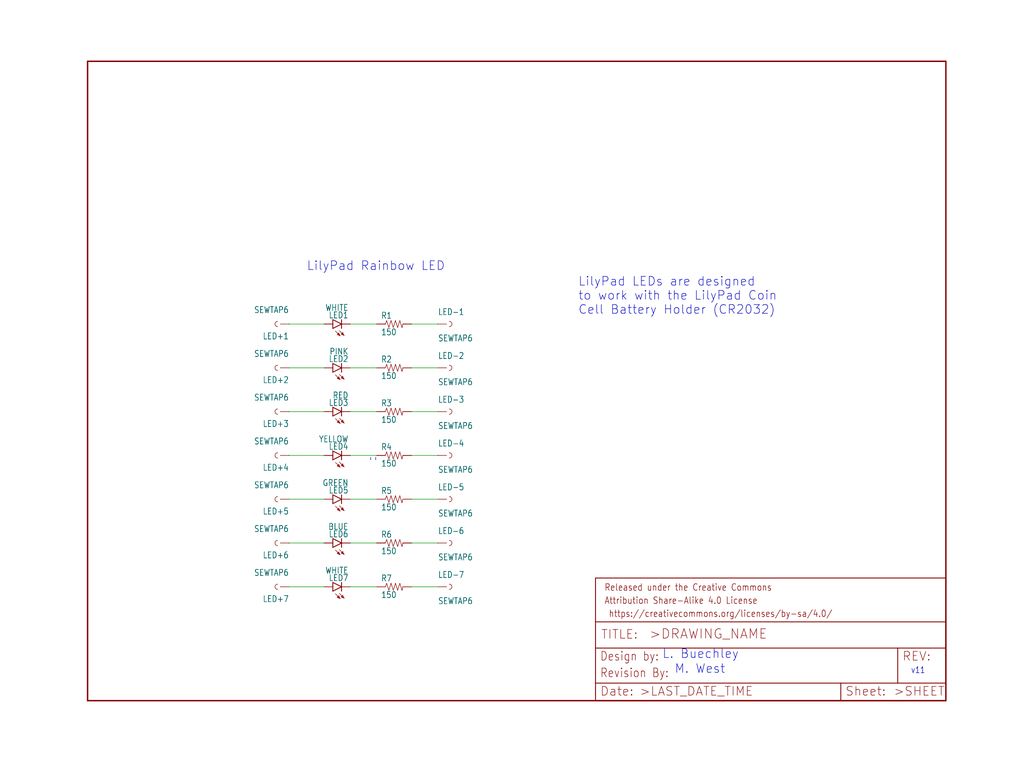
<source format=kicad_sch>
(kicad_sch (version 20211123) (generator eeschema)
  (paper "User" 297.002 223.926)
  (lib_symbols
    (symbol "eagleSchem-eagle-import:150OHM-1{slash}10W-1%(0603)"
      (property "Reference" "R" (at -3.81 1.4986 0))
      (property "Value" "150OHM-1{slash}10W-1%(0603)" (at -3.81 -3.302 0))
      (symbol "150OHM-1{slash}10W-1%(0603)_1_0"
        (polyline (pts (xy -2.54 0) (xy -2.159 1.016)) (stroke (width 0.1524)))
        (polyline (pts (xy -2.159 1.016) (xy -1.524 -1.016)) (stroke (width 0.1524)))
        (polyline (pts (xy -1.524 -1.016) (xy -0.889 1.016)) (stroke (width 0.1524)))
        (polyline (pts (xy -0.889 1.016) (xy -0.254 -1.016)) (stroke (width 0.1524)))
        (polyline (pts (xy -0.254 -1.016) (xy 0.381 1.016)) (stroke (width 0.1524)))
        (polyline (pts (xy 0.381 1.016) (xy 1.016 -1.016)) (stroke (width 0.1524)))
        (polyline (pts (xy 1.016 -1.016) (xy 1.651 1.016)) (stroke (width 0.1524)))
        (polyline (pts (xy 1.651 1.016) (xy 2.286 -1.016)) (stroke (width 0.1524)))
        (polyline (pts (xy 2.286 -1.016) (xy 2.54 0)) (stroke (width 0.1524)))
        (pin passive line (at -5.08 0 0) (length 2.54) (name "1") (number "1"))
        (pin passive line (at 5.08 0 180) (length 2.54) (name "2") (number "2"))
      )
    )
    (symbol "eagleSchem-eagle-import:FRAME-LETTER"
      (symbol "FRAME-LETTER_1_0"
        (polyline (pts (xy 0 0) (xy 248.92 0)) (stroke (width 0.4064)))
        (polyline (pts (xy 0 185.42) (xy 0 0)) (stroke (width 0.4064)))
        (polyline (pts (xy 0 185.42) (xy 248.92 185.42)) (stroke (width 0.4064)))
        (polyline (pts (xy 248.92 185.42) (xy 248.92 0)) (stroke (width 0.4064)))
      )
      (symbol "FRAME-LETTER_2_0"
        (polyline (pts (xy 0 0) (xy 0 5.08)) (stroke (width 0.254)))
        (polyline (pts (xy 0 0) (xy 71.12 0)) (stroke (width 0.254)))
        (polyline (pts (xy 0 5.08) (xy 0 15.24)) (stroke (width 0.254)))
        (polyline (pts (xy 0 5.08) (xy 71.12 5.08)) (stroke (width 0.254)))
        (polyline (pts (xy 0 15.24) (xy 0 22.86)) (stroke (width 0.254)))
        (polyline (pts (xy 0 22.86) (xy 0 35.56)) (stroke (width 0.254)))
        (polyline (pts (xy 0 22.86) (xy 101.6 22.86)) (stroke (width 0.254)))
        (polyline (pts (xy 71.12 0) (xy 101.6 0)) (stroke (width 0.254)))
        (polyline (pts (xy 71.12 5.08) (xy 71.12 0)) (stroke (width 0.254)))
        (polyline (pts (xy 71.12 5.08) (xy 87.63 5.08)) (stroke (width 0.254)))
        (polyline (pts (xy 87.63 5.08) (xy 101.6 5.08)) (stroke (width 0.254)))
        (polyline (pts (xy 87.63 15.24) (xy 0 15.24)) (stroke (width 0.254)))
        (polyline (pts (xy 87.63 15.24) (xy 87.63 5.08)) (stroke (width 0.254)))
        (polyline (pts (xy 101.6 5.08) (xy 101.6 0)) (stroke (width 0.254)))
        (polyline (pts (xy 101.6 15.24) (xy 87.63 15.24)) (stroke (width 0.254)))
        (polyline (pts (xy 101.6 15.24) (xy 101.6 5.08)) (stroke (width 0.254)))
        (polyline (pts (xy 101.6 22.86) (xy 101.6 15.24)) (stroke (width 0.254)))
        (polyline (pts (xy 101.6 35.56) (xy 0 35.56)) (stroke (width 0.254)))
        (polyline (pts (xy 101.6 35.56) (xy 101.6 22.86)) (stroke (width 0.254)))
        (text " https://creativecommons.org/licenses/by-sa/4.0/" (at 2.54 24.13 0) (effects (font (size 1.9304 1.6408)) (justify left bottom)))
        (text ">DRAWING_NAME" (at 15.494 17.78 0) (effects (font (size 2.7432 2.7432)) (justify left bottom)))
        (text ">LAST_DATE_TIME" (at 12.7 1.27 0) (effects (font (size 2.54 2.54)) (justify left bottom)))
        (text ">SHEET" (at 86.36 1.27 0) (effects (font (size 2.54 2.54)) (justify left bottom)))
        (text "Attribution Share-Alike 4.0 License" (at 2.54 27.94 0) (effects (font (size 1.9304 1.6408)) (justify left bottom)))
        (text "Date:" (at 1.27 1.27 0) (effects (font (size 2.54 2.54)) (justify left bottom)))
        (text "Design by:" (at 1.27 11.43 0) (effects (font (size 2.54 2.159)) (justify left bottom)))
        (text "Released under the Creative Commons" (at 2.54 31.75 0) (effects (font (size 1.9304 1.6408)) (justify left bottom)))
        (text "REV:" (at 88.9 11.43 0) (effects (font (size 2.54 2.54)) (justify left bottom)))
        (text "Sheet:" (at 72.39 1.27 0) (effects (font (size 2.54 2.54)) (justify left bottom)))
        (text "TITLE:" (at 1.524 17.78 0) (effects (font (size 2.54 2.54)) (justify left bottom)))
      )
    )
    (symbol "eagleSchem-eagle-import:LED-BLUE1206"
      (property "Reference" "D" (at 3.556 -4.572 90))
      (property "Value" "LED-BLUE1206" (at 5.715 -4.572 90))
      (symbol "LED-BLUE1206_1_0"
        (polyline (pts (xy -2.032 -0.762) (xy -3.429 -2.159)) (stroke (width 0.1524)))
        (polyline (pts (xy -1.905 -1.905) (xy -3.302 -3.302)) (stroke (width 0.1524)))
        (polyline (pts (xy 0 -2.54) (xy -1.27 -2.54)) (stroke (width 0.254)))
        (polyline (pts (xy 0 -2.54) (xy -1.27 0)) (stroke (width 0.254)))
        (polyline (pts (xy 0 0) (xy -1.27 0)) (stroke (width 0.254)))
        (polyline (pts (xy 1.27 -2.54) (xy 0 -2.54)) (stroke (width 0.254)))
        (polyline (pts (xy 1.27 0) (xy 0 -2.54)) (stroke (width 0.254)))
        (polyline (pts (xy 1.27 0) (xy 0 0)) (stroke (width 0.254)))
        (polyline (pts (xy -3.429 -2.159) (xy -3.048 -1.27) (xy -2.54 -1.778)) (fill (type outline)))
        (polyline (pts (xy -3.302 -3.302) (xy -2.921 -2.413) (xy -2.413 -2.921)) (fill (type outline)))
        (pin passive line (at 0 2.54 270) (length 2.54) (name "A") (number "A"))
        (pin passive line (at 0 -5.08 90) (length 2.54) (name "C") (number "C"))
      )
    )
    (symbol "eagleSchem-eagle-import:LED-GREENLILYPAD"
      (property "Reference" "D" (at 3.556 -4.572 90))
      (property "Value" "LED-GREENLILYPAD" (at 5.715 -4.572 90))
      (symbol "LED-GREENLILYPAD_1_0"
        (polyline (pts (xy -2.032 -0.762) (xy -3.429 -2.159)) (stroke (width 0.1524)))
        (polyline (pts (xy -1.905 -1.905) (xy -3.302 -3.302)) (stroke (width 0.1524)))
        (polyline (pts (xy 0 -2.54) (xy -1.27 -2.54)) (stroke (width 0.254)))
        (polyline (pts (xy 0 -2.54) (xy -1.27 0)) (stroke (width 0.254)))
        (polyline (pts (xy 0 0) (xy -1.27 0)) (stroke (width 0.254)))
        (polyline (pts (xy 1.27 -2.54) (xy 0 -2.54)) (stroke (width 0.254)))
        (polyline (pts (xy 1.27 0) (xy 0 -2.54)) (stroke (width 0.254)))
        (polyline (pts (xy 1.27 0) (xy 0 0)) (stroke (width 0.254)))
        (polyline (pts (xy -3.429 -2.159) (xy -3.048 -1.27) (xy -2.54 -1.778)) (fill (type outline)))
        (polyline (pts (xy -3.302 -3.302) (xy -2.921 -2.413) (xy -2.413 -2.921)) (fill (type outline)))
        (pin passive line (at 0 2.54 270) (length 2.54) (name "A") (number "A"))
        (pin passive line (at 0 -5.08 90) (length 2.54) (name "C") (number "C"))
      )
    )
    (symbol "eagleSchem-eagle-import:LED-PINK1206"
      (property "Reference" "D" (at 3.556 -4.572 90))
      (property "Value" "LED-PINK1206" (at 5.715 -4.572 90))
      (symbol "LED-PINK1206_1_0"
        (polyline (pts (xy -2.032 -0.762) (xy -3.429 -2.159)) (stroke (width 0.1524)))
        (polyline (pts (xy -1.905 -1.905) (xy -3.302 -3.302)) (stroke (width 0.1524)))
        (polyline (pts (xy 0 -2.54) (xy -1.27 -2.54)) (stroke (width 0.254)))
        (polyline (pts (xy 0 -2.54) (xy -1.27 0)) (stroke (width 0.254)))
        (polyline (pts (xy 0 0) (xy -1.27 0)) (stroke (width 0.254)))
        (polyline (pts (xy 1.27 -2.54) (xy 0 -2.54)) (stroke (width 0.254)))
        (polyline (pts (xy 1.27 0) (xy 0 -2.54)) (stroke (width 0.254)))
        (polyline (pts (xy 1.27 0) (xy 0 0)) (stroke (width 0.254)))
        (polyline (pts (xy -3.429 -2.159) (xy -3.048 -1.27) (xy -2.54 -1.778)) (fill (type outline)))
        (polyline (pts (xy -3.302 -3.302) (xy -2.921 -2.413) (xy -2.413 -2.921)) (fill (type outline)))
        (pin passive line (at 0 2.54 270) (length 2.54) (name "A") (number "A"))
        (pin passive line (at 0 -5.08 90) (length 2.54) (name "C") (number "C"))
      )
    )
    (symbol "eagleSchem-eagle-import:LED-REDLILYPAD"
      (property "Reference" "D" (at 3.556 -4.572 90))
      (property "Value" "LED-REDLILYPAD" (at 5.715 -4.572 90))
      (symbol "LED-REDLILYPAD_1_0"
        (polyline (pts (xy -2.032 -0.762) (xy -3.429 -2.159)) (stroke (width 0.1524)))
        (polyline (pts (xy -1.905 -1.905) (xy -3.302 -3.302)) (stroke (width 0.1524)))
        (polyline (pts (xy 0 -2.54) (xy -1.27 -2.54)) (stroke (width 0.254)))
        (polyline (pts (xy 0 -2.54) (xy -1.27 0)) (stroke (width 0.254)))
        (polyline (pts (xy 0 0) (xy -1.27 0)) (stroke (width 0.254)))
        (polyline (pts (xy 1.27 -2.54) (xy 0 -2.54)) (stroke (width 0.254)))
        (polyline (pts (xy 1.27 0) (xy 0 -2.54)) (stroke (width 0.254)))
        (polyline (pts (xy 1.27 0) (xy 0 0)) (stroke (width 0.254)))
        (polyline (pts (xy -3.429 -2.159) (xy -3.048 -1.27) (xy -2.54 -1.778)) (fill (type outline)))
        (polyline (pts (xy -3.302 -3.302) (xy -2.921 -2.413) (xy -2.413 -2.921)) (fill (type outline)))
        (pin passive line (at 0 2.54 270) (length 2.54) (name "A") (number "A"))
        (pin passive line (at 0 -5.08 90) (length 2.54) (name "C") (number "C"))
      )
    )
    (symbol "eagleSchem-eagle-import:LED-WHITE1206"
      (property "Reference" "D" (at 3.556 -4.572 90))
      (property "Value" "LED-WHITE1206" (at 5.715 -4.572 90))
      (symbol "LED-WHITE1206_1_0"
        (polyline (pts (xy -2.032 -0.762) (xy -3.429 -2.159)) (stroke (width 0.1524)))
        (polyline (pts (xy -1.905 -1.905) (xy -3.302 -3.302)) (stroke (width 0.1524)))
        (polyline (pts (xy 0 -2.54) (xy -1.27 -2.54)) (stroke (width 0.254)))
        (polyline (pts (xy 0 -2.54) (xy -1.27 0)) (stroke (width 0.254)))
        (polyline (pts (xy 0 0) (xy -1.27 0)) (stroke (width 0.254)))
        (polyline (pts (xy 1.27 -2.54) (xy 0 -2.54)) (stroke (width 0.254)))
        (polyline (pts (xy 1.27 0) (xy 0 -2.54)) (stroke (width 0.254)))
        (polyline (pts (xy 1.27 0) (xy 0 0)) (stroke (width 0.254)))
        (polyline (pts (xy -3.429 -2.159) (xy -3.048 -1.27) (xy -2.54 -1.778)) (fill (type outline)))
        (polyline (pts (xy -3.302 -3.302) (xy -2.921 -2.413) (xy -2.413 -2.921)) (fill (type outline)))
        (pin passive line (at 0 2.54 270) (length 2.54) (name "A") (number "A"))
        (pin passive line (at 0 -5.08 90) (length 2.54) (name "C") (number "C"))
      )
    )
    (symbol "eagleSchem-eagle-import:LED-YELLOWLILYPAD"
      (property "Reference" "D" (at 3.556 -4.572 90))
      (property "Value" "LED-YELLOWLILYPAD" (at 5.715 -4.572 90))
      (symbol "LED-YELLOWLILYPAD_1_0"
        (polyline (pts (xy -2.032 -0.762) (xy -3.429 -2.159)) (stroke (width 0.1524)))
        (polyline (pts (xy -1.905 -1.905) (xy -3.302 -3.302)) (stroke (width 0.1524)))
        (polyline (pts (xy 0 -2.54) (xy -1.27 -2.54)) (stroke (width 0.254)))
        (polyline (pts (xy 0 -2.54) (xy -1.27 0)) (stroke (width 0.254)))
        (polyline (pts (xy 0 0) (xy -1.27 0)) (stroke (width 0.254)))
        (polyline (pts (xy 1.27 -2.54) (xy 0 -2.54)) (stroke (width 0.254)))
        (polyline (pts (xy 1.27 0) (xy 0 -2.54)) (stroke (width 0.254)))
        (polyline (pts (xy 1.27 0) (xy 0 0)) (stroke (width 0.254)))
        (polyline (pts (xy -3.429 -2.159) (xy -3.048 -1.27) (xy -2.54 -1.778)) (fill (type outline)))
        (polyline (pts (xy -3.302 -3.302) (xy -2.921 -2.413) (xy -2.413 -2.921)) (fill (type outline)))
        (pin passive line (at 0 2.54 270) (length 2.54) (name "A") (number "A"))
        (pin passive line (at 0 -5.08 90) (length 2.54) (name "C") (number "C"))
      )
    )
    (symbol "eagleSchem-eagle-import:REVISION"
      (symbol "REVISION_1_0"
        (text "Revision By: " (at 0 0 0) (effects (font (size 2.54 2.159)) (justify left bottom)))
      )
    )
    (symbol "eagleSchem-eagle-import:SEWTAP6"
      (property "Reference" "JP" (at -2.54 2.54 0))
      (property "Value" "SEWTAP6" (at -2.54 -5.08 0))
      (symbol "SEWTAP6_1_0"
        (polyline (pts (xy 0 0) (xy -2.54 0)) (stroke (width 0.1524)))
        (arc (start 0.762 -0.762) (mid 1.524 0) (end 0.762 0.762) (stroke (width 0.1524)))
        (pin bidirectional line (at -2.54 0 180) (length 0) (name "1") (number "1"))
      )
    )
  )
  (wire (pts (xy 83.82 119.38) (xy 93.98 119.38)))
  (wire (pts (xy 101.6 144.78) (xy 109.22 144.78)))
  (wire (pts (xy 119.38 157.48) (xy 127 157.48)))
  (wire (pts (xy 119.38 119.38) (xy 127 119.38)))
  (wire (pts (xy 119.38 106.68) (xy 127 106.68)))
  (wire (pts (xy 101.6 93.98) (xy 109.22 93.98)))
  (wire (pts (xy 83.82 144.78) (xy 93.98 144.78)))
  (wire (pts (xy 119.38 132.08) (xy 127 132.08)))
  (wire (pts (xy 119.38 93.98) (xy 127 93.98)))
  (wire (pts (xy 101.6 132.08) (xy 109.22 132.08)))
  (wire (pts (xy 83.82 106.68) (xy 93.98 106.68)))
  (wire (pts (xy 83.82 132.08) (xy 93.98 132.08)))
  (wire (pts (xy 101.6 106.68) (xy 109.22 106.68)))
  (wire (pts (xy 101.6 119.38) (xy 109.22 119.38)))
  (wire (pts (xy 101.6 170.18) (xy 109.22 170.18)))
  (wire (pts (xy 83.82 170.18) (xy 93.98 170.18)))
  (wire (pts (xy 83.82 93.98) (xy 93.98 93.98)))
  (wire (pts (xy 119.38 144.78) (xy 127 144.78)))
  (wire (pts (xy 119.38 170.18) (xy 127 170.18)))
  (wire (pts (xy 101.6 157.48) (xy 109.22 157.48)))
  (wire (pts (xy 83.82 157.48) (xy 93.98 157.48)))
  (text "v11" (at 264.16 195.58 180) (effects (font (size 1.778 1.5113)) (justify left bottom)))
  (text "M. West" (at 195.58 195.58 180) (effects (font (size 2.54 2.54)) (justify left bottom)))
  (text "LilyPad LEDs are designed\nto work with the LilyPad Coin\nCell Battery Holder (CR2032)" (at 167.64 91.44 0) (effects (font (size 2.54 2.54)) (justify left bottom)))
  (text "L. Buechley" (at 192.024 191.262 180) (effects (font (size 2.54 2.54)) (justify left bottom)))
  (text "\"" (at 106.68 137.16 180) (effects (font (size 3.81 3.81)) (justify left bottom)))
  (text "LilyPad Rainbow LED" (at 88.9 78.74 180) (effects (font (size 2.54 2.54)) (justify left bottom)))
  (symbol (lib_id "eagleSchem-eagle-import:LED-WHITE1206") (at 96.52 170.18 90) (unit 1)
    (property "Reference" "LED7" (at 101.092 166.624 90) (effects (font (size 1.778 1.5113)) (justify left bottom)))
    (property "Value" "WHITE" (at 101.092 164.465 90) (effects (font (size 1.778 1.5113)) (justify left bottom)))
    (property "Footprint" "eagleSchem:LED-1206" (effects hide))
  )
  (symbol (lib_id "eagleSchem-eagle-import:150OHM-1{slash}10W-1%(0603)") (at 114.3 144.78 0) (unit 1)
    (property "Reference" "R5" (at 110.49 143.2814 0) (effects (font (size 1.778 1.5113)) (justify left bottom)))
    (property "Value" "150" (at 110.49 148.082 0) (effects (font (size 1.778 1.5113)) (justify left bottom)))
    (property "Footprint" "eagleSchem:0603-RES" (effects hide))
  )
  (symbol (lib_id "eagleSchem-eagle-import:LED-PINK1206") (at 96.52 106.68 90) (unit 1)
    (property "Reference" "LED2" (at 101.092 103.124 90) (effects (font (size 1.778 1.5113)) (justify left bottom)))
    (property "Value" "PINK" (at 101.092 100.965 90) (effects (font (size 1.778 1.5113)) (justify left bottom)))
    (property "Footprint" "eagleSchem:LED-1206" (effects hide))
  )
  (symbol (lib_id "eagleSchem-eagle-import:SEWTAP6") (at 81.28 170.18 180) (unit 1)
    (property "Reference" "LED+7" (at 83.82 172.72 0) (effects (font (size 1.778 1.5113)) (justify left bottom)))
    (property "Value" "SEWTAP6" (at 83.82 165.1 0) (effects (font (size 1.778 1.5113)) (justify left bottom)))
    (property "Footprint" "eagleSchem:PETAL-SMALL-2SIDE" (effects hide))
  )
  (symbol (lib_id "eagleSchem-eagle-import:SEWTAP6") (at 129.54 119.38 0) (unit 1)
    (property "Reference" "LED-3" (at 127 116.84 0) (effects (font (size 1.778 1.5113)) (justify left bottom)))
    (property "Value" "SEWTAP6" (at 127 124.46 0) (effects (font (size 1.778 1.5113)) (justify left bottom)))
    (property "Footprint" "eagleSchem:PETAL-SMALL-2SIDE" (effects hide))
  )
  (symbol (lib_id "eagleSchem-eagle-import:LED-YELLOWLILYPAD") (at 96.52 132.08 90) (unit 1)
    (property "Reference" "LED4" (at 101.092 128.524 90) (effects (font (size 1.778 1.5113)) (justify left bottom)))
    (property "Value" "YELLOW" (at 101.092 126.365 90) (effects (font (size 1.778 1.5113)) (justify left bottom)))
    (property "Footprint" "eagleSchem:LED-1206" (effects hide))
  )
  (symbol (lib_id "eagleSchem-eagle-import:LED-WHITE1206") (at 96.52 93.98 90) (unit 1)
    (property "Reference" "LED1" (at 101.092 90.424 90) (effects (font (size 1.778 1.5113)) (justify left bottom)))
    (property "Value" "WHITE" (at 101.092 88.265 90) (effects (font (size 1.778 1.5113)) (justify left bottom)))
    (property "Footprint" "eagleSchem:LED-1206" (effects hide))
  )
  (symbol (lib_id "eagleSchem-eagle-import:150OHM-1{slash}10W-1%(0603)") (at 114.3 132.08 0) (unit 1)
    (property "Reference" "R4" (at 110.49 130.5814 0) (effects (font (size 1.778 1.5113)) (justify left bottom)))
    (property "Value" "150" (at 110.49 135.382 0) (effects (font (size 1.778 1.5113)) (justify left bottom)))
    (property "Footprint" "eagleSchem:0603-RES" (effects hide))
  )
  (symbol (lib_id "eagleSchem-eagle-import:SEWTAP6") (at 129.54 106.68 0) (unit 1)
    (property "Reference" "LED-2" (at 127 104.14 0) (effects (font (size 1.778 1.5113)) (justify left bottom)))
    (property "Value" "SEWTAP6" (at 127 111.76 0) (effects (font (size 1.778 1.5113)) (justify left bottom)))
    (property "Footprint" "eagleSchem:PETAL-SMALL-2SIDE" (effects hide))
  )
  (symbol (lib_id "eagleSchem-eagle-import:SEWTAP6") (at 129.54 170.18 0) (unit 1)
    (property "Reference" "LED-7" (at 127 167.64 0) (effects (font (size 1.778 1.5113)) (justify left bottom)))
    (property "Value" "SEWTAP6" (at 127 175.26 0) (effects (font (size 1.778 1.5113)) (justify left bottom)))
    (property "Footprint" "eagleSchem:PETAL-SMALL-2SIDE" (effects hide))
  )
  (symbol (lib_id "eagleSchem-eagle-import:LED-BLUE1206") (at 96.52 157.48 90) (unit 1)
    (property "Reference" "LED6" (at 101.092 153.924 90) (effects (font (size 1.778 1.5113)) (justify left bottom)))
    (property "Value" "BLUE" (at 101.092 151.765 90) (effects (font (size 1.778 1.5113)) (justify left bottom)))
    (property "Footprint" "eagleSchem:LED-1206" (effects hide))
  )
  (symbol (lib_id "eagleSchem-eagle-import:SEWTAP6") (at 129.54 132.08 0) (unit 1)
    (property "Reference" "LED-4" (at 127 129.54 0) (effects (font (size 1.778 1.5113)) (justify left bottom)))
    (property "Value" "SEWTAP6" (at 127 137.16 0) (effects (font (size 1.778 1.5113)) (justify left bottom)))
    (property "Footprint" "eagleSchem:PETAL-SMALL-2SIDE" (effects hide))
  )
  (symbol (lib_id "eagleSchem-eagle-import:SEWTAP6") (at 81.28 132.08 180) (unit 1)
    (property "Reference" "LED+4" (at 83.82 134.62 0) (effects (font (size 1.778 1.5113)) (justify left bottom)))
    (property "Value" "SEWTAP6" (at 83.82 127 0) (effects (font (size 1.778 1.5113)) (justify left bottom)))
    (property "Footprint" "eagleSchem:PETAL-SMALL-2SIDE" (effects hide))
  )
  (symbol (lib_id "eagleSchem-eagle-import:SEWTAP6") (at 129.54 157.48 0) (unit 1)
    (property "Reference" "LED-6" (at 127 154.94 0) (effects (font (size 1.778 1.5113)) (justify left bottom)))
    (property "Value" "SEWTAP6" (at 127 162.56 0) (effects (font (size 1.778 1.5113)) (justify left bottom)))
    (property "Footprint" "eagleSchem:PETAL-SMALL-2SIDE" (effects hide))
  )
  (symbol (lib_id "eagleSchem-eagle-import:REVISION") (at 173.99 196.596 0) (unit 1)
    (property "Reference" "U$1" (effects hide))
    (property "Value" "REVISION" (effects hide))
    (property "Footprint" "eagleSchem:REVISION" (effects hide))
  )
  (symbol (lib_id "eagleSchem-eagle-import:SEWTAP6") (at 129.54 144.78 0) (unit 1)
    (property "Reference" "LED-5" (at 127 142.24 0) (effects (font (size 1.778 1.5113)) (justify left bottom)))
    (property "Value" "SEWTAP6" (at 127 149.86 0) (effects (font (size 1.778 1.5113)) (justify left bottom)))
    (property "Footprint" "eagleSchem:PETAL-SMALL-2SIDE" (effects hide))
  )
  (symbol (lib_id "eagleSchem-eagle-import:SEWTAP6") (at 129.54 93.98 0) (unit 1)
    (property "Reference" "LED-1" (at 127 91.44 0) (effects (font (size 1.778 1.5113)) (justify left bottom)))
    (property "Value" "SEWTAP6" (at 127 99.06 0) (effects (font (size 1.778 1.5113)) (justify left bottom)))
    (property "Footprint" "eagleSchem:PETAL-SMALL-2SIDE" (effects hide))
  )
  (symbol (lib_id "eagleSchem-eagle-import:SEWTAP6") (at 81.28 157.48 180) (unit 1)
    (property "Reference" "LED+6" (at 83.82 160.02 0) (effects (font (size 1.778 1.5113)) (justify left bottom)))
    (property "Value" "SEWTAP6" (at 83.82 152.4 0) (effects (font (size 1.778 1.5113)) (justify left bottom)))
    (property "Footprint" "eagleSchem:PETAL-SMALL-2SIDE" (effects hide))
  )
  (symbol (lib_id "eagleSchem-eagle-import:150OHM-1{slash}10W-1%(0603)") (at 114.3 170.18 0) (unit 1)
    (property "Reference" "R7" (at 110.49 168.6814 0) (effects (font (size 1.778 1.5113)) (justify left bottom)))
    (property "Value" "150" (at 110.49 173.482 0) (effects (font (size 1.778 1.5113)) (justify left bottom)))
    (property "Footprint" "eagleSchem:0603-RES" (effects hide))
  )
  (symbol (lib_id "eagleSchem-eagle-import:FRAME-LETTER") (at 25.4 203.2 0) (unit 1)
    (property "Reference" "FRAME1" (effects hide))
    (property "Value" "FRAME-LETTER" (effects hide))
    (property "Footprint" "eagleSchem:CREATIVE_COMMONS" (effects hide))
  )
  (symbol (lib_id "eagleSchem-eagle-import:SEWTAP6") (at 81.28 106.68 180) (unit 1)
    (property "Reference" "LED+2" (at 83.82 109.22 0) (effects (font (size 1.778 1.5113)) (justify left bottom)))
    (property "Value" "SEWTAP6" (at 83.82 101.6 0) (effects (font (size 1.778 1.5113)) (justify left bottom)))
    (property "Footprint" "eagleSchem:PETAL-SMALL-2SIDE" (effects hide))
  )
  (symbol (lib_id "eagleSchem-eagle-import:LED-REDLILYPAD") (at 96.52 119.38 90) (unit 1)
    (property "Reference" "LED3" (at 101.092 115.824 90) (effects (font (size 1.778 1.5113)) (justify left bottom)))
    (property "Value" "RED" (at 101.092 113.665 90) (effects (font (size 1.778 1.5113)) (justify left bottom)))
    (property "Footprint" "eagleSchem:LED-1206" (effects hide))
  )
  (symbol (lib_id "eagleSchem-eagle-import:SEWTAP6") (at 81.28 144.78 180) (unit 1)
    (property "Reference" "LED+5" (at 83.82 147.32 0) (effects (font (size 1.778 1.5113)) (justify left bottom)))
    (property "Value" "SEWTAP6" (at 83.82 139.7 0) (effects (font (size 1.778 1.5113)) (justify left bottom)))
    (property "Footprint" "eagleSchem:PETAL-SMALL-2SIDE" (effects hide))
  )
  (symbol (lib_id "eagleSchem-eagle-import:150OHM-1{slash}10W-1%(0603)") (at 114.3 106.68 0) (unit 1)
    (property "Reference" "R2" (at 110.49 105.1814 0) (effects (font (size 1.778 1.5113)) (justify left bottom)))
    (property "Value" "150" (at 110.49 109.982 0) (effects (font (size 1.778 1.5113)) (justify left bottom)))
    (property "Footprint" "eagleSchem:0603-RES" (effects hide))
  )
  (symbol (lib_id "eagleSchem-eagle-import:150OHM-1{slash}10W-1%(0603)") (at 114.3 93.98 0) (unit 1)
    (property "Reference" "R1" (at 110.49 92.4814 0) (effects (font (size 1.778 1.5113)) (justify left bottom)))
    (property "Value" "150" (at 110.49 97.282 0) (effects (font (size 1.778 1.5113)) (justify left bottom)))
    (property "Footprint" "eagleSchem:0603-RES" (effects hide))
  )
  (symbol (lib_id "eagleSchem-eagle-import:FRAME-LETTER") (at 172.72 203.2 0) (unit 2)
    (property "Reference" "FRAME1" (effects hide))
    (property "Value" "FRAME-LETTER" (effects hide))
    (property "Footprint" "eagleSchem:CREATIVE_COMMONS" (effects hide))
  )
  (symbol (lib_id "eagleSchem-eagle-import:150OHM-1{slash}10W-1%(0603)") (at 114.3 119.38 0) (unit 1)
    (property "Reference" "R3" (at 110.49 117.8814 0) (effects (font (size 1.778 1.5113)) (justify left bottom)))
    (property "Value" "150" (at 110.49 122.682 0) (effects (font (size 1.778 1.5113)) (justify left bottom)))
    (property "Footprint" "eagleSchem:0603-RES" (effects hide))
  )
  (symbol (lib_id "eagleSchem-eagle-import:LED-GREENLILYPAD") (at 96.52 144.78 90) (unit 1)
    (property "Reference" "LED5" (at 101.092 141.224 90) (effects (font (size 1.778 1.5113)) (justify left bottom)))
    (property "Value" "GREEN" (at 101.092 139.065 90) (effects (font (size 1.778 1.5113)) (justify left bottom)))
    (property "Footprint" "eagleSchem:LED-1206" (effects hide))
  )
  (symbol (lib_id "eagleSchem-eagle-import:SEWTAP6") (at 81.28 93.98 180) (unit 1)
    (property "Reference" "LED+1" (at 83.82 96.52 0) (effects (font (size 1.778 1.5113)) (justify left bottom)))
    (property "Value" "SEWTAP6" (at 83.82 88.9 0) (effects (font (size 1.778 1.5113)) (justify left bottom)))
    (property "Footprint" "eagleSchem:PETAL-SMALL-2SIDE" (effects hide))
  )
  (symbol (lib_id "eagleSchem-eagle-import:150OHM-1{slash}10W-1%(0603)") (at 114.3 157.48 0) (unit 1)
    (property "Reference" "R6" (at 110.49 155.9814 0) (effects (font (size 1.778 1.5113)) (justify left bottom)))
    (property "Value" "150" (at 110.49 160.782 0) (effects (font (size 1.778 1.5113)) (justify left bottom)))
    (property "Footprint" "eagleSchem:0603-RES" (effects hide))
  )
  (symbol (lib_id "eagleSchem-eagle-import:SEWTAP6") (at 81.28 119.38 180) (unit 1)
    (property "Reference" "LED+3" (at 83.82 121.92 0) (effects (font (size 1.778 1.5113)) (justify left bottom)))
    (property "Value" "SEWTAP6" (at 83.82 114.3 0) (effects (font (size 1.778 1.5113)) (justify left bottom)))
    (property "Footprint" "eagleSchem:PETAL-SMALL-2SIDE" (effects hide))
  )
)
</source>
